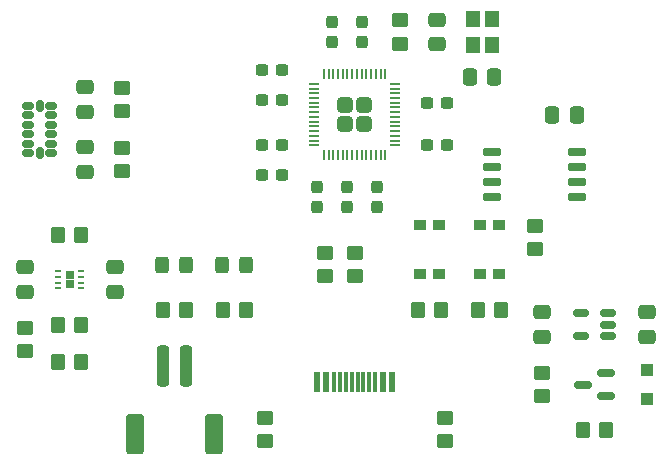
<source format=gtp>
%TF.GenerationSoftware,KiCad,Pcbnew,(6.0.7)*%
%TF.CreationDate,2023-02-15T12:46:07-05:00*%
%TF.ProjectId,CDR_Board,4344525f-426f-4617-9264-2e6b69636164,rev?*%
%TF.SameCoordinates,Original*%
%TF.FileFunction,Paste,Top*%
%TF.FilePolarity,Positive*%
%FSLAX46Y46*%
G04 Gerber Fmt 4.6, Leading zero omitted, Abs format (unit mm)*
G04 Created by KiCad (PCBNEW (6.0.7)) date 2023-02-15 12:46:07*
%MOMM*%
%LPD*%
G01*
G04 APERTURE LIST*
G04 Aperture macros list*
%AMRoundRect*
0 Rectangle with rounded corners*
0 $1 Rounding radius*
0 $2 $3 $4 $5 $6 $7 $8 $9 X,Y pos of 4 corners*
0 Add a 4 corners polygon primitive as box body*
4,1,4,$2,$3,$4,$5,$6,$7,$8,$9,$2,$3,0*
0 Add four circle primitives for the rounded corners*
1,1,$1+$1,$2,$3*
1,1,$1+$1,$4,$5*
1,1,$1+$1,$6,$7*
1,1,$1+$1,$8,$9*
0 Add four rect primitives between the rounded corners*
20,1,$1+$1,$2,$3,$4,$5,0*
20,1,$1+$1,$4,$5,$6,$7,0*
20,1,$1+$1,$6,$7,$8,$9,0*
20,1,$1+$1,$8,$9,$2,$3,0*%
G04 Aperture macros list end*
%ADD10RoundRect,0.250000X-0.475000X0.337500X-0.475000X-0.337500X0.475000X-0.337500X0.475000X0.337500X0*%
%ADD11RoundRect,0.237500X0.300000X0.237500X-0.300000X0.237500X-0.300000X-0.237500X0.300000X-0.237500X0*%
%ADD12RoundRect,0.250000X-0.450000X0.350000X-0.450000X-0.350000X0.450000X-0.350000X0.450000X0.350000X0*%
%ADD13RoundRect,0.237500X0.237500X-0.300000X0.237500X0.300000X-0.237500X0.300000X-0.237500X-0.300000X0*%
%ADD14RoundRect,0.250000X0.450000X-0.350000X0.450000X0.350000X-0.450000X0.350000X-0.450000X-0.350000X0*%
%ADD15RoundRect,0.250000X0.475000X-0.337500X0.475000X0.337500X-0.475000X0.337500X-0.475000X-0.337500X0*%
%ADD16RoundRect,0.237500X-0.300000X-0.237500X0.300000X-0.237500X0.300000X0.237500X-0.300000X0.237500X0*%
%ADD17RoundRect,0.250000X-0.250000X-1.500000X0.250000X-1.500000X0.250000X1.500000X-0.250000X1.500000X0*%
%ADD18RoundRect,0.250001X-0.499999X-1.449999X0.499999X-1.449999X0.499999X1.449999X-0.499999X1.449999X0*%
%ADD19RoundRect,0.250000X0.350000X0.450000X-0.350000X0.450000X-0.350000X-0.450000X0.350000X-0.450000X0*%
%ADD20R,1.200000X1.400000*%
%ADD21RoundRect,0.250000X-0.350000X-0.450000X0.350000X-0.450000X0.350000X0.450000X-0.350000X0.450000X0*%
%ADD22RoundRect,0.150000X-0.650000X-0.150000X0.650000X-0.150000X0.650000X0.150000X-0.650000X0.150000X0*%
%ADD23RoundRect,0.249999X0.395001X0.395001X-0.395001X0.395001X-0.395001X-0.395001X0.395001X-0.395001X0*%
%ADD24RoundRect,0.050000X0.387500X0.050000X-0.387500X0.050000X-0.387500X-0.050000X0.387500X-0.050000X0*%
%ADD25RoundRect,0.050000X0.050000X0.387500X-0.050000X0.387500X-0.050000X-0.387500X0.050000X-0.387500X0*%
%ADD26RoundRect,0.237500X-0.237500X0.300000X-0.237500X-0.300000X0.237500X-0.300000X0.237500X0.300000X0*%
%ADD27R,1.000000X1.000000*%
%ADD28RoundRect,0.150000X0.512500X0.150000X-0.512500X0.150000X-0.512500X-0.150000X0.512500X-0.150000X0*%
%ADD29R,0.600000X1.660000*%
%ADD30R,0.300000X1.660000*%
%ADD31RoundRect,0.250000X0.325000X0.450000X-0.325000X0.450000X-0.325000X-0.450000X0.325000X-0.450000X0*%
%ADD32RoundRect,0.250000X-0.337500X-0.475000X0.337500X-0.475000X0.337500X0.475000X-0.337500X0.475000X0*%
%ADD33RoundRect,0.150000X0.325000X0.150000X-0.325000X0.150000X-0.325000X-0.150000X0.325000X-0.150000X0*%
%ADD34RoundRect,0.150000X0.150000X0.325000X-0.150000X0.325000X-0.150000X-0.325000X0.150000X-0.325000X0*%
%ADD35R,1.000000X0.900000*%
%ADD36RoundRect,0.150000X0.587500X0.150000X-0.587500X0.150000X-0.587500X-0.150000X0.587500X-0.150000X0*%
%ADD37R,0.750000X0.650000*%
%ADD38R,0.500000X0.250000*%
G04 APERTURE END LIST*
D10*
X124460000Y-100562500D03*
X124460000Y-102637500D03*
D11*
X146277500Y-86360000D03*
X144552500Y-86360000D03*
D12*
X160020000Y-113300000D03*
X160020000Y-115300000D03*
D13*
X153035000Y-81507500D03*
X153035000Y-79782500D03*
D12*
X149860000Y-99330000D03*
X149860000Y-101330000D03*
D14*
X132715000Y-92440000D03*
X132715000Y-90440000D03*
D15*
X177165000Y-106447500D03*
X177165000Y-104372500D03*
D16*
X158522500Y-90170000D03*
X160247500Y-90170000D03*
D17*
X136160000Y-108910000D03*
X138160000Y-108910000D03*
D18*
X140510000Y-114660000D03*
X133810000Y-114660000D03*
D14*
X168275000Y-111490000D03*
X168275000Y-109490000D03*
D12*
X152400000Y-99330000D03*
X152400000Y-101330000D03*
X132715000Y-85360000D03*
X132715000Y-87360000D03*
D14*
X167640000Y-99044000D03*
X167640000Y-97044000D03*
D19*
X159750000Y-104140000D03*
X157750000Y-104140000D03*
D15*
X168275000Y-106447500D03*
X168275000Y-104372500D03*
D20*
X163995000Y-81745000D03*
X163995000Y-79545000D03*
X162395000Y-79545000D03*
X162395000Y-81745000D03*
D21*
X141240000Y-104140000D03*
X143240000Y-104140000D03*
D10*
X132080000Y-100562500D03*
X132080000Y-102637500D03*
D22*
X164040000Y-90805000D03*
X164040000Y-92075000D03*
X164040000Y-93345000D03*
X164040000Y-94615000D03*
X171240000Y-94615000D03*
X171240000Y-93345000D03*
X171240000Y-92075000D03*
X171240000Y-90805000D03*
D23*
X151600000Y-88430000D03*
X153200000Y-86830000D03*
X153200000Y-88430000D03*
X151600000Y-86830000D03*
D24*
X155837500Y-90230000D03*
X155837500Y-89830000D03*
X155837500Y-89430000D03*
X155837500Y-89030000D03*
X155837500Y-88630000D03*
X155837500Y-88230000D03*
X155837500Y-87830000D03*
X155837500Y-87430000D03*
X155837500Y-87030000D03*
X155837500Y-86630000D03*
X155837500Y-86230000D03*
X155837500Y-85830000D03*
X155837500Y-85430000D03*
X155837500Y-85030000D03*
D25*
X155000000Y-84192500D03*
X154600000Y-84192500D03*
X154200000Y-84192500D03*
X153800000Y-84192500D03*
X153400000Y-84192500D03*
X153000000Y-84192500D03*
X152600000Y-84192500D03*
X152200000Y-84192500D03*
X151800000Y-84192500D03*
X151400000Y-84192500D03*
X151000000Y-84192500D03*
X150600000Y-84192500D03*
X150200000Y-84192500D03*
X149800000Y-84192500D03*
D24*
X148962500Y-85030000D03*
X148962500Y-85430000D03*
X148962500Y-85830000D03*
X148962500Y-86230000D03*
X148962500Y-86630000D03*
X148962500Y-87030000D03*
X148962500Y-87430000D03*
X148962500Y-87830000D03*
X148962500Y-88230000D03*
X148962500Y-88630000D03*
X148962500Y-89030000D03*
X148962500Y-89430000D03*
X148962500Y-89830000D03*
X148962500Y-90230000D03*
D25*
X149800000Y-91067500D03*
X150200000Y-91067500D03*
X150600000Y-91067500D03*
X151000000Y-91067500D03*
X151400000Y-91067500D03*
X151800000Y-91067500D03*
X152200000Y-91067500D03*
X152600000Y-91067500D03*
X153000000Y-91067500D03*
X153400000Y-91067500D03*
X153800000Y-91067500D03*
X154200000Y-91067500D03*
X154600000Y-91067500D03*
X155000000Y-91067500D03*
D26*
X149225000Y-93752500D03*
X149225000Y-95477500D03*
D11*
X146277500Y-90170000D03*
X144552500Y-90170000D03*
D27*
X177165000Y-109240000D03*
X177165000Y-111740000D03*
D26*
X154305000Y-93752500D03*
X154305000Y-95477500D03*
D11*
X146277500Y-83820000D03*
X144552500Y-83820000D03*
D15*
X129540000Y-92477500D03*
X129540000Y-90402500D03*
D21*
X136160000Y-104140000D03*
X138160000Y-104140000D03*
D28*
X173857500Y-106360000D03*
X173857500Y-105410000D03*
X173857500Y-104460000D03*
X171582500Y-104460000D03*
X171582500Y-106360000D03*
D13*
X150495000Y-81507500D03*
X150495000Y-79782500D03*
D29*
X149200000Y-110280000D03*
X150000000Y-110280000D03*
D30*
X151150000Y-110280000D03*
X152150000Y-110280000D03*
X152650000Y-110280000D03*
X153650000Y-110280000D03*
D29*
X154800000Y-110280000D03*
X155600000Y-110280000D03*
X155600000Y-110280000D03*
X154800000Y-110280000D03*
D30*
X154150000Y-110280000D03*
X153150000Y-110280000D03*
X151650000Y-110280000D03*
X150650000Y-110280000D03*
D29*
X150000000Y-110280000D03*
X149200000Y-110280000D03*
D19*
X164830000Y-104140000D03*
X162830000Y-104140000D03*
D21*
X127270000Y-105410000D03*
X129270000Y-105410000D03*
D31*
X138162500Y-100330000D03*
X136112500Y-100330000D03*
D32*
X169142500Y-87630000D03*
X171217500Y-87630000D03*
D33*
X126730000Y-90900000D03*
X126730000Y-90100000D03*
X126730000Y-89300000D03*
X126730000Y-88500000D03*
X126730000Y-87700000D03*
X126730000Y-86900000D03*
D34*
X125730000Y-86900000D03*
D33*
X124730000Y-86900000D03*
X124730000Y-87700000D03*
X124730000Y-88500000D03*
X124730000Y-89300000D03*
X124730000Y-90100000D03*
X124730000Y-90900000D03*
D34*
X125730000Y-90900000D03*
D35*
X159550000Y-101110000D03*
X159550000Y-97010000D03*
X157950000Y-101110000D03*
X157950000Y-97010000D03*
D19*
X129270000Y-108585000D03*
X127270000Y-108585000D03*
D31*
X143242500Y-100330000D03*
X141192500Y-100330000D03*
D36*
X173657500Y-111440000D03*
X173657500Y-109540000D03*
X171782500Y-110490000D03*
D32*
X162157500Y-84455000D03*
X164232500Y-84455000D03*
D11*
X146277500Y-92710000D03*
X144552500Y-92710000D03*
D12*
X124460000Y-105680000D03*
X124460000Y-107680000D03*
X156210000Y-79645000D03*
X156210000Y-81645000D03*
D37*
X128270000Y-102000000D03*
X128270000Y-101200000D03*
D38*
X127320000Y-100850000D03*
X127320000Y-101350000D03*
X127320000Y-101850000D03*
X127320000Y-102350000D03*
X129220000Y-102350000D03*
X129220000Y-101850000D03*
X129220000Y-101350000D03*
X129220000Y-100850000D03*
D21*
X127270000Y-97790000D03*
X129270000Y-97790000D03*
D16*
X158522500Y-86614000D03*
X160247500Y-86614000D03*
D35*
X164630000Y-97010000D03*
X164630000Y-101110000D03*
X163030000Y-97010000D03*
X163030000Y-101110000D03*
D21*
X171720000Y-114300000D03*
X173720000Y-114300000D03*
D15*
X159385000Y-81682500D03*
X159385000Y-79607500D03*
D10*
X129540000Y-85322500D03*
X129540000Y-87397500D03*
D12*
X144780000Y-113300000D03*
X144780000Y-115300000D03*
D26*
X151765000Y-93752500D03*
X151765000Y-95477500D03*
M02*

</source>
